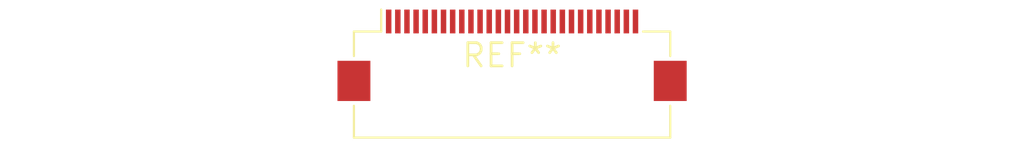
<source format=kicad_pcb>
(kicad_pcb (version 20240108) (generator pcbnew)
  (layers (0 "F.Cu" signal) (31 "B.Cu" signal) (34 "B.Paste" user) (35 "F.Paste" user) (36 "B.SilkS" user "B.Silkscreen") (37 "F.SilkS" user "F.Silkscreen") (38 "B.Mask" user) (39 "F.Mask" user) (44 "Edge.Cuts" user))
  (net 0 "")
  (footprint "Hirose_FH12-28S-0.5SH_1x28-1MP_P0.50mm_Horizontal" (layer "F.Cu") (at 0 0)
    (property "Reference" "REF**")
    (property "Value" "Hirose_FH12-28S-0.5SH_1x28-1MP_P0.50mm_Horizontal")
    (fp_line (start -8.65 -1.3) (end -8.65 0.04) (layer "F.SilkS") (stroke (width 0.12)))
    (fp_line (start -8.65 2.76) (end -8.65 4.5) (layer "F.SilkS") (stroke (width 0.12)))
    (fp_line (start -8.65 4.5) (end 8.65 4.5) (layer "F.SilkS") (stroke (width 0.12)))
    (fp_line (start -7.16 -1.3) (end -8.65 -1.3) (layer "F.SilkS") (stroke (width 0.12)))
    (fp_line (start -7.16 -1.3) (end -7.16 -2.5) (layer "F.SilkS") (stroke (width 0.12)))
    (fp_line (start 7.16 -1.3) (end 8.65 -1.3) (layer "F.SilkS") (stroke (width 0.12)))
    (fp_line (start 8.65 -1.3) (end 8.65 0.04) (layer "F.SilkS") (stroke (width 0.12)))
    (fp_line (start 8.65 4.5) (end 8.65 2.76) (layer "F.SilkS") (stroke (width 0.12)))
    (pad "1" smd rect (at -6.75 -1.85) (size 0.3 1.3) (layers "F.Cu" "F.Paste" "F.Mask"))
    (pad "2" smd rect (at -6.25 -1.85) (size 0.3 1.3) (layers "F.Cu" "F.Paste" "F.Mask"))
    (pad "3" smd rect (at -5.75 -1.85) (size 0.3 1.3) (layers "F.Cu" "F.Paste" "F.Mask"))
    (pad "4" smd rect (at -5.25 -1.85) (size 0.3 1.3) (layers "F.Cu" "F.Paste" "F.Mask"))
    (pad "5" smd rect (at -4.75 -1.85) (size 0.3 1.3) (layers "F.Cu" "F.Paste" "F.Mask"))
    (pad "6" smd rect (at -4.25 -1.85) (size 0.3 1.3) (layers "F.Cu" "F.Paste" "F.Mask"))
    (pad "7" smd rect (at -3.75 -1.85) (size 0.3 1.3) (layers "F.Cu" "F.Paste" "F.Mask"))
    (pad "8" smd rect (at -3.25 -1.85) (size 0.3 1.3) (layers "F.Cu" "F.Paste" "F.Mask"))
    (pad "9" smd rect (at -2.75 -1.85) (size 0.3 1.3) (layers "F.Cu" "F.Paste" "F.Mask"))
    (pad "10" smd rect (at -2.25 -1.85) (size 0.3 1.3) (layers "F.Cu" "F.Paste" "F.Mask"))
    (pad "11" smd rect (at -1.75 -1.85) (size 0.3 1.3) (layers "F.Cu" "F.Paste" "F.Mask"))
    (pad "12" smd rect (at -1.25 -1.85) (size 0.3 1.3) (layers "F.Cu" "F.Paste" "F.Mask"))
    (pad "13" smd rect (at -0.75 -1.85) (size 0.3 1.3) (layers "F.Cu" "F.Paste" "F.Mask"))
    (pad "14" smd rect (at -0.25 -1.85) (size 0.3 1.3) (layers "F.Cu" "F.Paste" "F.Mask"))
    (pad "15" smd rect (at 0.25 -1.85) (size 0.3 1.3) (layers "F.Cu" "F.Paste" "F.Mask"))
    (pad "16" smd rect (at 0.75 -1.85) (size 0.3 1.3) (layers "F.Cu" "F.Paste" "F.Mask"))
    (pad "17" smd rect (at 1.25 -1.85) (size 0.3 1.3) (layers "F.Cu" "F.Paste" "F.Mask"))
    (pad "18" smd rect (at 1.75 -1.85) (size 0.3 1.3) (layers "F.Cu" "F.Paste" "F.Mask"))
    (pad "19" smd rect (at 2.25 -1.85) (size 0.3 1.3) (layers "F.Cu" "F.Paste" "F.Mask"))
    (pad "20" smd rect (at 2.75 -1.85) (size 0.3 1.3) (layers "F.Cu" "F.Paste" "F.Mask"))
    (pad "21" smd rect (at 3.25 -1.85) (size 0.3 1.3) (layers "F.Cu" "F.Paste" "F.Mask"))
    (pad "22" smd rect (at 3.75 -1.85) (size 0.3 1.3) (layers "F.Cu" "F.Paste" "F.Mask"))
    (pad "23" smd rect (at 4.25 -1.85) (size 0.3 1.3) (layers "F.Cu" "F.Paste" "F.Mask"))
    (pad "24" smd rect (at 4.75 -1.85) (size 0.3 1.3) (layers "F.Cu" "F.Paste" "F.Mask"))
    (pad "25" smd rect (at 5.25 -1.85) (size 0.3 1.3) (layers "F.Cu" "F.Paste" "F.Mask"))
    (pad "26" smd rect (at 5.75 -1.85) (size 0.3 1.3) (layers "F.Cu" "F.Paste" "F.Mask"))
    (pad "27" smd rect (at 6.25 -1.85) (size 0.3 1.3) (layers "F.Cu" "F.Paste" "F.Mask"))
    (pad "28" smd rect (at 6.75 -1.85) (size 0.3 1.3) (layers "F.Cu" "F.Paste" "F.Mask"))
    (pad "MP" smd rect (at -8.65 1.4) (size 1.8 2.2) (layers "F.Cu" "F.Paste" "F.Mask"))
    (pad "MP" smd rect (at 8.65 1.4) (size 1.8 2.2) (layers "F.Cu" "F.Paste" "F.Mask"))
  )
)
</source>
